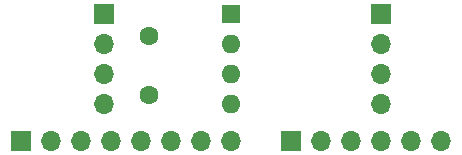
<source format=gbr>
%TF.GenerationSoftware,KiCad,Pcbnew,(5.1.9)-1*%
%TF.CreationDate,2021-03-25T16:00:54-07:00*%
%TF.ProjectId,SP_CARRIER_A,53505f43-4152-4524-9945-525f412e6b69,rev?*%
%TF.SameCoordinates,Original*%
%TF.FileFunction,Soldermask,Bot*%
%TF.FilePolarity,Negative*%
%FSLAX46Y46*%
G04 Gerber Fmt 4.6, Leading zero omitted, Abs format (unit mm)*
G04 Created by KiCad (PCBNEW (5.1.9)-1) date 2021-03-25 16:00:54*
%MOMM*%
%LPD*%
G01*
G04 APERTURE LIST*
%ADD10O,1.600000X1.600000*%
%ADD11R,1.600000X1.600000*%
%ADD12O,1.700000X1.700000*%
%ADD13R,1.700000X1.700000*%
%ADD14C,1.600000*%
G04 APERTURE END LIST*
D10*
%TO.C,RN4*%
X114935000Y-66675000D03*
X114935000Y-64135000D03*
X114935000Y-61595000D03*
D11*
X114935000Y-59055000D03*
%TD*%
D12*
%TO.C,J4*%
X114935000Y-69850000D03*
X112395000Y-69850000D03*
X109855000Y-69850000D03*
X107315000Y-69850000D03*
X104775000Y-69850000D03*
X102235000Y-69850000D03*
X99695000Y-69850000D03*
D13*
X97155000Y-69850000D03*
%TD*%
D12*
%TO.C,J3*%
X132715000Y-69850000D03*
X130175000Y-69850000D03*
X127635000Y-69850000D03*
X125095000Y-69850000D03*
X122555000Y-69850000D03*
D13*
X120015000Y-69850000D03*
%TD*%
D12*
%TO.C,J2*%
X127635000Y-66675000D03*
X127635000Y-64135000D03*
X127635000Y-61595000D03*
D13*
X127635000Y-59055000D03*
%TD*%
D12*
%TO.C,J1*%
X104140000Y-66675000D03*
X104140000Y-64135000D03*
X104140000Y-61595000D03*
D13*
X104140000Y-59055000D03*
%TD*%
D14*
%TO.C,C1*%
X107950000Y-65960000D03*
X107950000Y-60960000D03*
%TD*%
M02*

</source>
